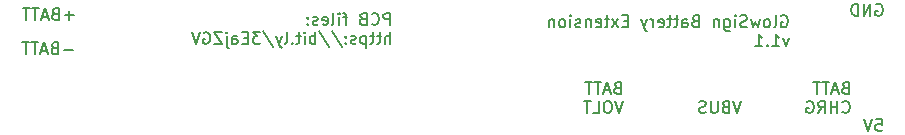
<source format=gbr>
%TF.GenerationSoftware,KiCad,Pcbnew,(6.0.6-0)*%
%TF.CreationDate,2022-10-17T17:05:32+02:00*%
%TF.ProjectId,Battery Extension PCB,42617474-6572-4792-9045-7874656e7369,rev?*%
%TF.SameCoordinates,Original*%
%TF.FileFunction,Legend,Bot*%
%TF.FilePolarity,Positive*%
%FSLAX46Y46*%
G04 Gerber Fmt 4.6, Leading zero omitted, Abs format (unit mm)*
G04 Created by KiCad (PCBNEW (6.0.6-0)) date 2022-10-17 17:05:32*
%MOMM*%
%LPD*%
G01*
G04 APERTURE LIST*
%ADD10C,0.150000*%
%ADD11R,2.000000X3.500000*%
%ADD12R,3.500000X2.000000*%
G04 APERTURE END LIST*
D10*
X100248404Y-70818180D02*
X100248404Y-69818180D01*
X99867452Y-69818180D01*
X99772214Y-69865800D01*
X99724595Y-69913419D01*
X99676976Y-70008657D01*
X99676976Y-70151514D01*
X99724595Y-70246752D01*
X99772214Y-70294371D01*
X99867452Y-70341990D01*
X100248404Y-70341990D01*
X98676976Y-70722942D02*
X98724595Y-70770561D01*
X98867452Y-70818180D01*
X98962690Y-70818180D01*
X99105547Y-70770561D01*
X99200785Y-70675323D01*
X99248404Y-70580085D01*
X99296023Y-70389609D01*
X99296023Y-70246752D01*
X99248404Y-70056276D01*
X99200785Y-69961038D01*
X99105547Y-69865800D01*
X98962690Y-69818180D01*
X98867452Y-69818180D01*
X98724595Y-69865800D01*
X98676976Y-69913419D01*
X97915071Y-70294371D02*
X97772214Y-70341990D01*
X97724595Y-70389609D01*
X97676976Y-70484847D01*
X97676976Y-70627704D01*
X97724595Y-70722942D01*
X97772214Y-70770561D01*
X97867452Y-70818180D01*
X98248404Y-70818180D01*
X98248404Y-69818180D01*
X97915071Y-69818180D01*
X97819833Y-69865800D01*
X97772214Y-69913419D01*
X97724595Y-70008657D01*
X97724595Y-70103895D01*
X97772214Y-70199133D01*
X97819833Y-70246752D01*
X97915071Y-70294371D01*
X98248404Y-70294371D01*
X96629357Y-70151514D02*
X96248404Y-70151514D01*
X96486500Y-70818180D02*
X96486500Y-69961038D01*
X96438880Y-69865800D01*
X96343642Y-69818180D01*
X96248404Y-69818180D01*
X95915071Y-70818180D02*
X95915071Y-70151514D01*
X95915071Y-69818180D02*
X95962690Y-69865800D01*
X95915071Y-69913419D01*
X95867452Y-69865800D01*
X95915071Y-69818180D01*
X95915071Y-69913419D01*
X95296023Y-70818180D02*
X95391261Y-70770561D01*
X95438880Y-70675323D01*
X95438880Y-69818180D01*
X94534119Y-70770561D02*
X94629357Y-70818180D01*
X94819833Y-70818180D01*
X94915071Y-70770561D01*
X94962690Y-70675323D01*
X94962690Y-70294371D01*
X94915071Y-70199133D01*
X94819833Y-70151514D01*
X94629357Y-70151514D01*
X94534119Y-70199133D01*
X94486500Y-70294371D01*
X94486500Y-70389609D01*
X94962690Y-70484847D01*
X94105547Y-70770561D02*
X94010309Y-70818180D01*
X93819833Y-70818180D01*
X93724595Y-70770561D01*
X93676976Y-70675323D01*
X93676976Y-70627704D01*
X93724595Y-70532466D01*
X93819833Y-70484847D01*
X93962690Y-70484847D01*
X94057928Y-70437228D01*
X94105547Y-70341990D01*
X94105547Y-70294371D01*
X94057928Y-70199133D01*
X93962690Y-70151514D01*
X93819833Y-70151514D01*
X93724595Y-70199133D01*
X93248404Y-70722942D02*
X93200785Y-70770561D01*
X93248404Y-70818180D01*
X93296023Y-70770561D01*
X93248404Y-70722942D01*
X93248404Y-70818180D01*
X93248404Y-70199133D02*
X93200785Y-70246752D01*
X93248404Y-70294371D01*
X93296023Y-70246752D01*
X93248404Y-70199133D01*
X93248404Y-70294371D01*
X100248404Y-72428180D02*
X100248404Y-71428180D01*
X99819833Y-72428180D02*
X99819833Y-71904371D01*
X99867452Y-71809133D01*
X99962690Y-71761514D01*
X100105547Y-71761514D01*
X100200785Y-71809133D01*
X100248404Y-71856752D01*
X99486500Y-71761514D02*
X99105547Y-71761514D01*
X99343642Y-71428180D02*
X99343642Y-72285323D01*
X99296023Y-72380561D01*
X99200785Y-72428180D01*
X99105547Y-72428180D01*
X98915071Y-71761514D02*
X98534119Y-71761514D01*
X98772214Y-71428180D02*
X98772214Y-72285323D01*
X98724595Y-72380561D01*
X98629357Y-72428180D01*
X98534119Y-72428180D01*
X98200785Y-71761514D02*
X98200785Y-72761514D01*
X98200785Y-71809133D02*
X98105547Y-71761514D01*
X97915071Y-71761514D01*
X97819833Y-71809133D01*
X97772214Y-71856752D01*
X97724595Y-71951990D01*
X97724595Y-72237704D01*
X97772214Y-72332942D01*
X97819833Y-72380561D01*
X97915071Y-72428180D01*
X98105547Y-72428180D01*
X98200785Y-72380561D01*
X97343642Y-72380561D02*
X97248404Y-72428180D01*
X97057928Y-72428180D01*
X96962690Y-72380561D01*
X96915071Y-72285323D01*
X96915071Y-72237704D01*
X96962690Y-72142466D01*
X97057928Y-72094847D01*
X97200785Y-72094847D01*
X97296023Y-72047228D01*
X97343642Y-71951990D01*
X97343642Y-71904371D01*
X97296023Y-71809133D01*
X97200785Y-71761514D01*
X97057928Y-71761514D01*
X96962690Y-71809133D01*
X96486500Y-72332942D02*
X96438880Y-72380561D01*
X96486500Y-72428180D01*
X96534119Y-72380561D01*
X96486500Y-72332942D01*
X96486500Y-72428180D01*
X96486500Y-71809133D02*
X96438880Y-71856752D01*
X96486500Y-71904371D01*
X96534119Y-71856752D01*
X96486500Y-71809133D01*
X96486500Y-71904371D01*
X95296023Y-71380561D02*
X96153166Y-72666276D01*
X94248404Y-71380561D02*
X95105547Y-72666276D01*
X93915071Y-72428180D02*
X93915071Y-71428180D01*
X93915071Y-71809133D02*
X93819833Y-71761514D01*
X93629357Y-71761514D01*
X93534119Y-71809133D01*
X93486500Y-71856752D01*
X93438880Y-71951990D01*
X93438880Y-72237704D01*
X93486500Y-72332942D01*
X93534119Y-72380561D01*
X93629357Y-72428180D01*
X93819833Y-72428180D01*
X93915071Y-72380561D01*
X93010309Y-72428180D02*
X93010309Y-71761514D01*
X93010309Y-71428180D02*
X93057928Y-71475800D01*
X93010309Y-71523419D01*
X92962690Y-71475800D01*
X93010309Y-71428180D01*
X93010309Y-71523419D01*
X92676976Y-71761514D02*
X92296023Y-71761514D01*
X92534119Y-71428180D02*
X92534119Y-72285323D01*
X92486500Y-72380561D01*
X92391261Y-72428180D01*
X92296023Y-72428180D01*
X91962690Y-72332942D02*
X91915071Y-72380561D01*
X91962690Y-72428180D01*
X92010309Y-72380561D01*
X91962690Y-72332942D01*
X91962690Y-72428180D01*
X91343642Y-72428180D02*
X91438880Y-72380561D01*
X91486500Y-72285323D01*
X91486500Y-71428180D01*
X91057928Y-71761514D02*
X90819833Y-72428180D01*
X90581738Y-71761514D02*
X90819833Y-72428180D01*
X90915071Y-72666276D01*
X90962690Y-72713895D01*
X91057928Y-72761514D01*
X89486500Y-71380561D02*
X90343642Y-72666276D01*
X89248404Y-71428180D02*
X88629357Y-71428180D01*
X88962690Y-71809133D01*
X88819833Y-71809133D01*
X88724595Y-71856752D01*
X88676976Y-71904371D01*
X88629357Y-71999609D01*
X88629357Y-72237704D01*
X88676976Y-72332942D01*
X88724595Y-72380561D01*
X88819833Y-72428180D01*
X89105547Y-72428180D01*
X89200785Y-72380561D01*
X89248404Y-72332942D01*
X88200785Y-71904371D02*
X87867452Y-71904371D01*
X87724595Y-72428180D02*
X88200785Y-72428180D01*
X88200785Y-71428180D01*
X87724595Y-71428180D01*
X86867452Y-72428180D02*
X86867452Y-71904371D01*
X86915071Y-71809133D01*
X87010309Y-71761514D01*
X87200785Y-71761514D01*
X87296023Y-71809133D01*
X86867452Y-72380561D02*
X86962690Y-72428180D01*
X87200785Y-72428180D01*
X87296023Y-72380561D01*
X87343642Y-72285323D01*
X87343642Y-72190085D01*
X87296023Y-72094847D01*
X87200785Y-72047228D01*
X86962690Y-72047228D01*
X86867452Y-71999609D01*
X86391261Y-71761514D02*
X86391261Y-72618657D01*
X86438880Y-72713895D01*
X86534119Y-72761514D01*
X86581738Y-72761514D01*
X86391261Y-71428180D02*
X86438880Y-71475800D01*
X86391261Y-71523419D01*
X86343642Y-71475800D01*
X86391261Y-71428180D01*
X86391261Y-71523419D01*
X86010309Y-71428180D02*
X85343642Y-71428180D01*
X86010309Y-72428180D01*
X85343642Y-72428180D01*
X84438880Y-71475800D02*
X84534119Y-71428180D01*
X84676976Y-71428180D01*
X84819833Y-71475800D01*
X84915071Y-71571038D01*
X84962690Y-71666276D01*
X85010309Y-71856752D01*
X85010309Y-71999609D01*
X84962690Y-72190085D01*
X84915071Y-72285323D01*
X84819833Y-72380561D01*
X84676976Y-72428180D01*
X84581738Y-72428180D01*
X84438880Y-72380561D01*
X84391261Y-72332942D01*
X84391261Y-71999609D01*
X84581738Y-71999609D01*
X84105547Y-71428180D02*
X83772214Y-72428180D01*
X83438880Y-71428180D01*
X141377414Y-78801980D02*
X141853604Y-78801980D01*
X141901223Y-79278171D01*
X141853604Y-79230552D01*
X141758366Y-79182933D01*
X141520271Y-79182933D01*
X141425033Y-79230552D01*
X141377414Y-79278171D01*
X141329795Y-79373409D01*
X141329795Y-79611504D01*
X141377414Y-79706742D01*
X141425033Y-79754361D01*
X141520271Y-79801980D01*
X141758366Y-79801980D01*
X141853604Y-79754361D01*
X141901223Y-79706742D01*
X141044080Y-78801980D02*
X140710747Y-79801980D01*
X140377414Y-78801980D01*
X129956861Y-77270180D02*
X129623528Y-78270180D01*
X129290195Y-77270180D01*
X128623528Y-77746371D02*
X128480671Y-77793990D01*
X128433052Y-77841609D01*
X128385433Y-77936847D01*
X128385433Y-78079704D01*
X128433052Y-78174942D01*
X128480671Y-78222561D01*
X128575909Y-78270180D01*
X128956861Y-78270180D01*
X128956861Y-77270180D01*
X128623528Y-77270180D01*
X128528290Y-77317800D01*
X128480671Y-77365419D01*
X128433052Y-77460657D01*
X128433052Y-77555895D01*
X128480671Y-77651133D01*
X128528290Y-77698752D01*
X128623528Y-77746371D01*
X128956861Y-77746371D01*
X127956861Y-77270180D02*
X127956861Y-78079704D01*
X127909242Y-78174942D01*
X127861623Y-78222561D01*
X127766385Y-78270180D01*
X127575909Y-78270180D01*
X127480671Y-78222561D01*
X127433052Y-78174942D01*
X127385433Y-78079704D01*
X127385433Y-77270180D01*
X126956861Y-78222561D02*
X126814004Y-78270180D01*
X126575909Y-78270180D01*
X126480671Y-78222561D01*
X126433052Y-78174942D01*
X126385433Y-78079704D01*
X126385433Y-77984466D01*
X126433052Y-77889228D01*
X126480671Y-77841609D01*
X126575909Y-77793990D01*
X126766385Y-77746371D01*
X126861623Y-77698752D01*
X126909242Y-77651133D01*
X126956861Y-77555895D01*
X126956861Y-77460657D01*
X126909242Y-77365419D01*
X126861623Y-77317800D01*
X126766385Y-77270180D01*
X126528290Y-77270180D01*
X126385433Y-77317800D01*
X133354195Y-70069000D02*
X133449433Y-70021380D01*
X133592290Y-70021380D01*
X133735147Y-70069000D01*
X133830385Y-70164238D01*
X133878004Y-70259476D01*
X133925623Y-70449952D01*
X133925623Y-70592809D01*
X133878004Y-70783285D01*
X133830385Y-70878523D01*
X133735147Y-70973761D01*
X133592290Y-71021380D01*
X133497052Y-71021380D01*
X133354195Y-70973761D01*
X133306576Y-70926142D01*
X133306576Y-70592809D01*
X133497052Y-70592809D01*
X132735147Y-71021380D02*
X132830385Y-70973761D01*
X132878004Y-70878523D01*
X132878004Y-70021380D01*
X132211338Y-71021380D02*
X132306576Y-70973761D01*
X132354195Y-70926142D01*
X132401814Y-70830904D01*
X132401814Y-70545190D01*
X132354195Y-70449952D01*
X132306576Y-70402333D01*
X132211338Y-70354714D01*
X132068480Y-70354714D01*
X131973242Y-70402333D01*
X131925623Y-70449952D01*
X131878004Y-70545190D01*
X131878004Y-70830904D01*
X131925623Y-70926142D01*
X131973242Y-70973761D01*
X132068480Y-71021380D01*
X132211338Y-71021380D01*
X131544671Y-70354714D02*
X131354195Y-71021380D01*
X131163719Y-70545190D01*
X130973242Y-71021380D01*
X130782766Y-70354714D01*
X130449433Y-70973761D02*
X130306576Y-71021380D01*
X130068480Y-71021380D01*
X129973242Y-70973761D01*
X129925623Y-70926142D01*
X129878004Y-70830904D01*
X129878004Y-70735666D01*
X129925623Y-70640428D01*
X129973242Y-70592809D01*
X130068480Y-70545190D01*
X130258957Y-70497571D01*
X130354195Y-70449952D01*
X130401814Y-70402333D01*
X130449433Y-70307095D01*
X130449433Y-70211857D01*
X130401814Y-70116619D01*
X130354195Y-70069000D01*
X130258957Y-70021380D01*
X130020861Y-70021380D01*
X129878004Y-70069000D01*
X129449433Y-71021380D02*
X129449433Y-70354714D01*
X129449433Y-70021380D02*
X129497052Y-70069000D01*
X129449433Y-70116619D01*
X129401814Y-70069000D01*
X129449433Y-70021380D01*
X129449433Y-70116619D01*
X128544671Y-70354714D02*
X128544671Y-71164238D01*
X128592290Y-71259476D01*
X128639909Y-71307095D01*
X128735147Y-71354714D01*
X128878004Y-71354714D01*
X128973242Y-71307095D01*
X128544671Y-70973761D02*
X128639909Y-71021380D01*
X128830385Y-71021380D01*
X128925623Y-70973761D01*
X128973242Y-70926142D01*
X129020861Y-70830904D01*
X129020861Y-70545190D01*
X128973242Y-70449952D01*
X128925623Y-70402333D01*
X128830385Y-70354714D01*
X128639909Y-70354714D01*
X128544671Y-70402333D01*
X128068480Y-70354714D02*
X128068480Y-71021380D01*
X128068480Y-70449952D02*
X128020861Y-70402333D01*
X127925623Y-70354714D01*
X127782766Y-70354714D01*
X127687528Y-70402333D01*
X127639909Y-70497571D01*
X127639909Y-71021380D01*
X126068480Y-70497571D02*
X125925623Y-70545190D01*
X125878004Y-70592809D01*
X125830385Y-70688047D01*
X125830385Y-70830904D01*
X125878004Y-70926142D01*
X125925623Y-70973761D01*
X126020861Y-71021380D01*
X126401814Y-71021380D01*
X126401814Y-70021380D01*
X126068480Y-70021380D01*
X125973242Y-70069000D01*
X125925623Y-70116619D01*
X125878004Y-70211857D01*
X125878004Y-70307095D01*
X125925623Y-70402333D01*
X125973242Y-70449952D01*
X126068480Y-70497571D01*
X126401814Y-70497571D01*
X124973242Y-71021380D02*
X124973242Y-70497571D01*
X125020861Y-70402333D01*
X125116100Y-70354714D01*
X125306576Y-70354714D01*
X125401814Y-70402333D01*
X124973242Y-70973761D02*
X125068480Y-71021380D01*
X125306576Y-71021380D01*
X125401814Y-70973761D01*
X125449433Y-70878523D01*
X125449433Y-70783285D01*
X125401814Y-70688047D01*
X125306576Y-70640428D01*
X125068480Y-70640428D01*
X124973242Y-70592809D01*
X124639909Y-70354714D02*
X124258957Y-70354714D01*
X124497052Y-70021380D02*
X124497052Y-70878523D01*
X124449433Y-70973761D01*
X124354195Y-71021380D01*
X124258957Y-71021380D01*
X124068480Y-70354714D02*
X123687528Y-70354714D01*
X123925623Y-70021380D02*
X123925623Y-70878523D01*
X123878004Y-70973761D01*
X123782766Y-71021380D01*
X123687528Y-71021380D01*
X122973242Y-70973761D02*
X123068480Y-71021380D01*
X123258957Y-71021380D01*
X123354195Y-70973761D01*
X123401814Y-70878523D01*
X123401814Y-70497571D01*
X123354195Y-70402333D01*
X123258957Y-70354714D01*
X123068480Y-70354714D01*
X122973242Y-70402333D01*
X122925623Y-70497571D01*
X122925623Y-70592809D01*
X123401814Y-70688047D01*
X122497052Y-71021380D02*
X122497052Y-70354714D01*
X122497052Y-70545190D02*
X122449433Y-70449952D01*
X122401814Y-70402333D01*
X122306576Y-70354714D01*
X122211338Y-70354714D01*
X121973242Y-70354714D02*
X121735147Y-71021380D01*
X121497052Y-70354714D02*
X121735147Y-71021380D01*
X121830385Y-71259476D01*
X121878004Y-71307095D01*
X121973242Y-71354714D01*
X120354195Y-70497571D02*
X120020861Y-70497571D01*
X119878004Y-71021380D02*
X120354195Y-71021380D01*
X120354195Y-70021380D01*
X119878004Y-70021380D01*
X119544671Y-71021380D02*
X119020861Y-70354714D01*
X119544671Y-70354714D02*
X119020861Y-71021380D01*
X118782766Y-70354714D02*
X118401814Y-70354714D01*
X118639909Y-70021380D02*
X118639909Y-70878523D01*
X118592290Y-70973761D01*
X118497052Y-71021380D01*
X118401814Y-71021380D01*
X117687528Y-70973761D02*
X117782766Y-71021380D01*
X117973242Y-71021380D01*
X118068480Y-70973761D01*
X118116100Y-70878523D01*
X118116100Y-70497571D01*
X118068480Y-70402333D01*
X117973242Y-70354714D01*
X117782766Y-70354714D01*
X117687528Y-70402333D01*
X117639909Y-70497571D01*
X117639909Y-70592809D01*
X118116100Y-70688047D01*
X117211338Y-70354714D02*
X117211338Y-71021380D01*
X117211338Y-70449952D02*
X117163719Y-70402333D01*
X117068480Y-70354714D01*
X116925623Y-70354714D01*
X116830385Y-70402333D01*
X116782766Y-70497571D01*
X116782766Y-71021380D01*
X116354195Y-70973761D02*
X116258957Y-71021380D01*
X116068480Y-71021380D01*
X115973242Y-70973761D01*
X115925623Y-70878523D01*
X115925623Y-70830904D01*
X115973242Y-70735666D01*
X116068480Y-70688047D01*
X116211338Y-70688047D01*
X116306576Y-70640428D01*
X116354195Y-70545190D01*
X116354195Y-70497571D01*
X116306576Y-70402333D01*
X116211338Y-70354714D01*
X116068480Y-70354714D01*
X115973242Y-70402333D01*
X115497052Y-71021380D02*
X115497052Y-70354714D01*
X115497052Y-70021380D02*
X115544671Y-70069000D01*
X115497052Y-70116619D01*
X115449433Y-70069000D01*
X115497052Y-70021380D01*
X115497052Y-70116619D01*
X114878004Y-71021380D02*
X114973242Y-70973761D01*
X115020861Y-70926142D01*
X115068480Y-70830904D01*
X115068480Y-70545190D01*
X115020861Y-70449952D01*
X114973242Y-70402333D01*
X114878004Y-70354714D01*
X114735147Y-70354714D01*
X114639909Y-70402333D01*
X114592290Y-70449952D01*
X114544671Y-70545190D01*
X114544671Y-70830904D01*
X114592290Y-70926142D01*
X114639909Y-70973761D01*
X114735147Y-71021380D01*
X114878004Y-71021380D01*
X114116100Y-70354714D02*
X114116100Y-71021380D01*
X114116100Y-70449952D02*
X114068480Y-70402333D01*
X113973242Y-70354714D01*
X113830385Y-70354714D01*
X113735147Y-70402333D01*
X113687528Y-70497571D01*
X113687528Y-71021380D01*
X133973242Y-71964714D02*
X133735147Y-72631380D01*
X133497052Y-71964714D01*
X132592290Y-72631380D02*
X133163719Y-72631380D01*
X132878004Y-72631380D02*
X132878004Y-71631380D01*
X132973242Y-71774238D01*
X133068480Y-71869476D01*
X133163719Y-71917095D01*
X132163719Y-72536142D02*
X132116100Y-72583761D01*
X132163719Y-72631380D01*
X132211338Y-72583761D01*
X132163719Y-72536142D01*
X132163719Y-72631380D01*
X131163719Y-72631380D02*
X131735147Y-72631380D01*
X131449433Y-72631380D02*
X131449433Y-71631380D01*
X131544671Y-71774238D01*
X131639909Y-71869476D01*
X131735147Y-71917095D01*
X73394628Y-72918628D02*
X72632723Y-72918628D01*
X71823200Y-72775771D02*
X71680342Y-72823390D01*
X71632723Y-72871009D01*
X71585104Y-72966247D01*
X71585104Y-73109104D01*
X71632723Y-73204342D01*
X71680342Y-73251961D01*
X71775580Y-73299580D01*
X72156533Y-73299580D01*
X72156533Y-72299580D01*
X71823200Y-72299580D01*
X71727961Y-72347200D01*
X71680342Y-72394819D01*
X71632723Y-72490057D01*
X71632723Y-72585295D01*
X71680342Y-72680533D01*
X71727961Y-72728152D01*
X71823200Y-72775771D01*
X72156533Y-72775771D01*
X71204152Y-73013866D02*
X70727961Y-73013866D01*
X71299390Y-73299580D02*
X70966057Y-72299580D01*
X70632723Y-73299580D01*
X70442247Y-72299580D02*
X69870819Y-72299580D01*
X70156533Y-73299580D02*
X70156533Y-72299580D01*
X69680342Y-72299580D02*
X69108914Y-72299580D01*
X69394628Y-73299580D02*
X69394628Y-72299580D01*
X73445428Y-70023028D02*
X72683523Y-70023028D01*
X73064476Y-70403980D02*
X73064476Y-69642076D01*
X71874000Y-69880171D02*
X71731142Y-69927790D01*
X71683523Y-69975409D01*
X71635904Y-70070647D01*
X71635904Y-70213504D01*
X71683523Y-70308742D01*
X71731142Y-70356361D01*
X71826380Y-70403980D01*
X72207333Y-70403980D01*
X72207333Y-69403980D01*
X71874000Y-69403980D01*
X71778761Y-69451600D01*
X71731142Y-69499219D01*
X71683523Y-69594457D01*
X71683523Y-69689695D01*
X71731142Y-69784933D01*
X71778761Y-69832552D01*
X71874000Y-69880171D01*
X72207333Y-69880171D01*
X71254952Y-70118266D02*
X70778761Y-70118266D01*
X71350190Y-70403980D02*
X71016857Y-69403980D01*
X70683523Y-70403980D01*
X70493047Y-69403980D02*
X69921619Y-69403980D01*
X70207333Y-70403980D02*
X70207333Y-69403980D01*
X69731142Y-69403980D02*
X69159714Y-69403980D01*
X69445428Y-70403980D02*
X69445428Y-69403980D01*
X141380595Y-69096000D02*
X141475833Y-69048380D01*
X141618690Y-69048380D01*
X141761547Y-69096000D01*
X141856785Y-69191238D01*
X141904404Y-69286476D01*
X141952023Y-69476952D01*
X141952023Y-69619809D01*
X141904404Y-69810285D01*
X141856785Y-69905523D01*
X141761547Y-70000761D01*
X141618690Y-70048380D01*
X141523452Y-70048380D01*
X141380595Y-70000761D01*
X141332976Y-69953142D01*
X141332976Y-69619809D01*
X141523452Y-69619809D01*
X140904404Y-70048380D02*
X140904404Y-69048380D01*
X140332976Y-70048380D01*
X140332976Y-69048380D01*
X139856785Y-70048380D02*
X139856785Y-69048380D01*
X139618690Y-69048380D01*
X139475833Y-69096000D01*
X139380595Y-69191238D01*
X139332976Y-69286476D01*
X139285357Y-69476952D01*
X139285357Y-69619809D01*
X139332976Y-69810285D01*
X139380595Y-69905523D01*
X139475833Y-70000761D01*
X139618690Y-70048380D01*
X139856785Y-70048380D01*
X138777071Y-76136371D02*
X138634214Y-76183990D01*
X138586595Y-76231609D01*
X138538976Y-76326847D01*
X138538976Y-76469704D01*
X138586595Y-76564942D01*
X138634214Y-76612561D01*
X138729452Y-76660180D01*
X139110404Y-76660180D01*
X139110404Y-75660180D01*
X138777071Y-75660180D01*
X138681833Y-75707800D01*
X138634214Y-75755419D01*
X138586595Y-75850657D01*
X138586595Y-75945895D01*
X138634214Y-76041133D01*
X138681833Y-76088752D01*
X138777071Y-76136371D01*
X139110404Y-76136371D01*
X138158023Y-76374466D02*
X137681833Y-76374466D01*
X138253261Y-76660180D02*
X137919928Y-75660180D01*
X137586595Y-76660180D01*
X137396119Y-75660180D02*
X136824690Y-75660180D01*
X137110404Y-76660180D02*
X137110404Y-75660180D01*
X136634214Y-75660180D02*
X136062785Y-75660180D01*
X136348500Y-76660180D02*
X136348500Y-75660180D01*
X138538976Y-78174942D02*
X138586595Y-78222561D01*
X138729452Y-78270180D01*
X138824690Y-78270180D01*
X138967547Y-78222561D01*
X139062785Y-78127323D01*
X139110404Y-78032085D01*
X139158023Y-77841609D01*
X139158023Y-77698752D01*
X139110404Y-77508276D01*
X139062785Y-77413038D01*
X138967547Y-77317800D01*
X138824690Y-77270180D01*
X138729452Y-77270180D01*
X138586595Y-77317800D01*
X138538976Y-77365419D01*
X138110404Y-78270180D02*
X138110404Y-77270180D01*
X138110404Y-77746371D02*
X137538976Y-77746371D01*
X137538976Y-78270180D02*
X137538976Y-77270180D01*
X136491357Y-78270180D02*
X136824690Y-77793990D01*
X137062785Y-78270180D02*
X137062785Y-77270180D01*
X136681833Y-77270180D01*
X136586595Y-77317800D01*
X136538976Y-77365419D01*
X136491357Y-77460657D01*
X136491357Y-77603514D01*
X136538976Y-77698752D01*
X136586595Y-77746371D01*
X136681833Y-77793990D01*
X137062785Y-77793990D01*
X135538976Y-77317800D02*
X135634214Y-77270180D01*
X135777071Y-77270180D01*
X135919928Y-77317800D01*
X136015166Y-77413038D01*
X136062785Y-77508276D01*
X136110404Y-77698752D01*
X136110404Y-77841609D01*
X136062785Y-78032085D01*
X136015166Y-78127323D01*
X135919928Y-78222561D01*
X135777071Y-78270180D01*
X135681833Y-78270180D01*
X135538976Y-78222561D01*
X135491357Y-78174942D01*
X135491357Y-77841609D01*
X135681833Y-77841609D01*
X119473071Y-76136371D02*
X119330214Y-76183990D01*
X119282595Y-76231609D01*
X119234976Y-76326847D01*
X119234976Y-76469704D01*
X119282595Y-76564942D01*
X119330214Y-76612561D01*
X119425452Y-76660180D01*
X119806404Y-76660180D01*
X119806404Y-75660180D01*
X119473071Y-75660180D01*
X119377833Y-75707800D01*
X119330214Y-75755419D01*
X119282595Y-75850657D01*
X119282595Y-75945895D01*
X119330214Y-76041133D01*
X119377833Y-76088752D01*
X119473071Y-76136371D01*
X119806404Y-76136371D01*
X118854023Y-76374466D02*
X118377833Y-76374466D01*
X118949261Y-76660180D02*
X118615928Y-75660180D01*
X118282595Y-76660180D01*
X118092119Y-75660180D02*
X117520690Y-75660180D01*
X117806404Y-76660180D02*
X117806404Y-75660180D01*
X117330214Y-75660180D02*
X116758785Y-75660180D01*
X117044500Y-76660180D02*
X117044500Y-75660180D01*
X119949261Y-77270180D02*
X119615928Y-78270180D01*
X119282595Y-77270180D01*
X118758785Y-77270180D02*
X118568309Y-77270180D01*
X118473071Y-77317800D01*
X118377833Y-77413038D01*
X118330214Y-77603514D01*
X118330214Y-77936847D01*
X118377833Y-78127323D01*
X118473071Y-78222561D01*
X118568309Y-78270180D01*
X118758785Y-78270180D01*
X118854023Y-78222561D01*
X118949261Y-78127323D01*
X118996880Y-77936847D01*
X118996880Y-77603514D01*
X118949261Y-77413038D01*
X118854023Y-77317800D01*
X118758785Y-77270180D01*
X117425452Y-78270180D02*
X117901642Y-78270180D01*
X117901642Y-77270180D01*
X117234976Y-77270180D02*
X116663547Y-77270180D01*
X116949261Y-78270180D02*
X116949261Y-77270180D01*
%LPC*%
D11*
%TO.C,P4*%
X138252200Y-80721200D03*
%TD*%
%TO.C,P14*%
X128244600Y-80721200D03*
%TD*%
D12*
%TO.C,P5*%
X142240000Y-77343000D03*
%TD*%
%TO.C,P6*%
X142240000Y-71729600D03*
%TD*%
%TO.C,P9*%
X66751200Y-72694800D03*
%TD*%
%TO.C,P8*%
X66751200Y-69926200D03*
%TD*%
D11*
%TO.C,P10*%
X118338600Y-80721200D03*
%TD*%
M02*

</source>
